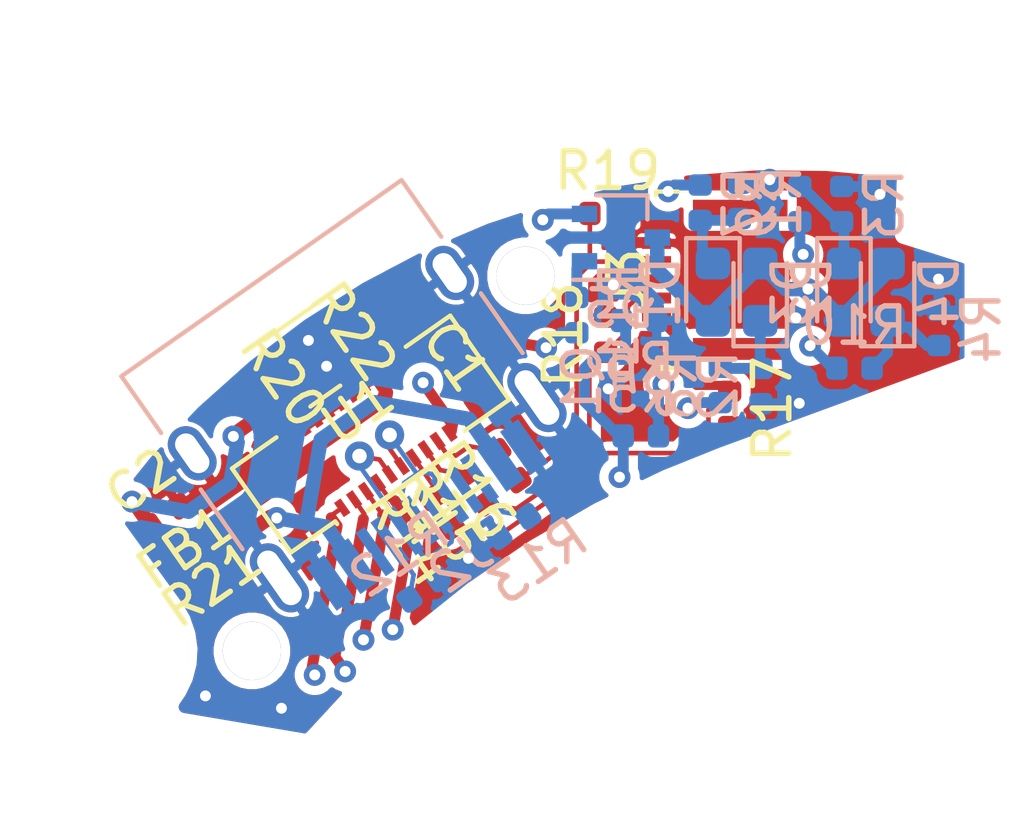
<source format=kicad_pcb>
(kicad_pcb (version 20210925) (generator pcbnew)
  (title_block (title "Bose QC 35 USB-C connector board") (rev "Rev 1") (company "github.com/jamesturton/bose-qc35-usb-c") (comment 3 "(C) 2020 James Turton") (comment 4 "License: CC-BY-SA 4.0"))
  (layers (0 "F.Cu" signal) (1 "In1.Cu" signal) (2 "In2.Cu" power) (31 "B.Cu" signal) (34 "B.Paste" user) (35 "F.Paste" user) (36 "B.SilkS" user "B.Silkscreen") (37 "F.SilkS" user "F.Silkscreen") (38 "B.Mask" user) (39 "F.Mask" user) (44 "Edge.Cuts" user))
  (net 0 "")
  (net 1 "Net-(J2-PadB8)")
  (net 2 "Net-(J2-PadA5)")
  (net 3 "Net-(J2-PadA8)")
  (net 4 "Net-(J2-PadB5)")
  (net 5 "Net-(J3-Pad4)")
  (net 6 "Net-(J3-Pad2)")
  (net 7 "Net-(J3-Pad1)")
  (net 8 "Net-(D1-Pad1)")
  (net 9 "Net-(D2-Pad1)")
  (net 10 "Net-(D3-Pad1)")
  (net 11 "Net-(D4-Pad1)")
  (net 12 "GND")
  (net 13 "VCC")
  (net 14 "/LED_GREEN")
  (net 15 "/LED_RED")
  (net 16 "/LED_WHITE")
  (net 17 "/LED_BLUE")
  (net 18 "/USB_D-")
  (net 19 "/USB_D+")
  (net 20 "Net-(Q1-Pad3)")
  (net 21 "/LED_PWR")
  (net 22 "/LED_PWR_ON")
  (net 23 "/VBUS")
  (net 24 "+5V")
  (net 25 "/BTN_1")
  (net 26 "/BTN_2")
  (net 27 "/BTN_3")
  (net 28 "Net-(R20-Pad1)")
  (net 29 "Net-(U1-Pad3)")
  (net 30 "Net-(D5-Pad1)")
  (net 31 "Net-(R22-Pad1)")
  (footprint "Connector_Molex:Molex_SlimStack_502426-2010_2x10_P0.40mm_Vertical" (layer "F.Cu") (at 71.317771 66.354481 -145)
    (fp_text reference "J1" (at 0 -2.65 35) (layer "F.SilkS"))
    (fp_text value "502426-2030")
    (pad "1" smd rect locked (at 1.8 -1.2125 215) (size 0.22 0.475) (layers "F.Cu" "F.Paste" "F.Mask") (net 14 "/LED_GREEN"))
    (pad "2" smd rect locked (at 1.8 1.2125 215) (size 0.22 0.475) (layers "F.Cu" "F.Paste" "F.Mask") (net 12 "GND"))
    (pad "3" smd rect locked (at 1.4 -1.2125 215) (size 0.22 0.475) (layers "F.Cu" "F.Paste" "F.Mask") (net 15 "/LED_RED"))
    (pad "4" smd rect locked (at 1.4 1.2125 215) (size 0.22 0.475) (layers "F.Cu" "F.Paste" "F.Mask") (net 12 "GND"))
    (pad "5" smd rect locked (at 1 -1.2125 215) (size 0.22 0.475) (layers "F.Cu" "F.Paste" "F.Mask") (net 16 "/LED_WHITE"))
    (pad "6" smd rect locked (at 1 1.2125 215) (size 0.22 0.475) (layers "F.Cu" "F.Paste" "F.Mask") (net 12 "GND"))
    (pad "7" smd rect locked (at 0.6 -1.2125 215) (size 0.22 0.475) (layers "F.Cu" "F.Paste" "F.Mask") (net 17 "/LED_BLUE"))
    (pad "8" smd rect locked (at 0.6 1.2125 215) (size 0.22 0.475) (layers "F.Cu" "F.Paste" "F.Mask") (net 12 "GND"))
    (pad "9" smd rect locked (at 0.2 -1.2125 215) (size 0.22 0.475) (layers "F.Cu" "F.Paste" "F.Mask") (net 18 "/USB_D-"))
    (pad "10" smd rect locked (at 0.2 1.2125 215) (size 0.22 0.475) (layers "F.Cu" "F.Paste" "F.Mask") (net 12 "GND"))
    (pad "11" smd rect locked (at -0.2 -1.2125 215) (size 0.22 0.475) (layers "F.Cu" "F.Paste" "F.Mask") (net 19 "/USB_D+"))
    (pad "12" smd rect locked (at -0.2 1.2125 215) (size 0.22 0.475) (layers "F.Cu" "F.Paste" "F.Mask") (net 13 "VCC"))
    (pad "13" smd rect locked (at -0.6 -1.2125 215) (size 0.22 0.475) (layers "F.Cu" "F.Paste" "F.Mask") (net 25 "/BTN_1"))
    (pad "14" smd rect locked (at -0.6 1.2125 215) (size 0.22 0.475) (layers "F.Cu" "F.Paste" "F.Mask") (net 13 "VCC"))
    (pad "15" smd rect locked (at -1 -1.2125 215) (size 0.22 0.475) (layers "F.Cu" "F.Paste" "F.Mask") (net 26 "/BTN_2"))
    (pad "16" smd rect locked (at -1 1.2125 215) (size 0.22 0.475) (layers "F.Cu" "F.Paste" "F.Mask") (net 13 "VCC"))
    (pad "17" smd rect locked (at -1.4 -1.2125 215) (size 0.22 0.475) (layers "F.Cu" "F.Paste" "F.Mask") (net 27 "/BTN_3"))
    (pad "18" smd rect locked (at -1.4 1.2125 215) (size 0.22 0.475) (layers "F.Cu" "F.Paste" "F.Mask") (net 13 "VCC"))
    (pad "19" smd rect locked (at -1.8 -1.2125 215) (size 0.22 0.475) (layers "F.Cu" "F.Paste" "F.Mask") (net 22 "/LED_PWR_ON"))
    (pad "20" smd rect locked (at -1.8 1.2125 215) (size 0.22 0.475) (layers "F.Cu" "F.Paste" "F.Mask") (net 13 "VCC"))
    (pad "A" smd rect locked (at 2.75 1.085 215) (size 0.32 0.65) (layers "F.Cu" "F.Paste" "F.Mask") (net 12 "GND"))
    (pad "A" smd rect locked (at 2.75 -1.085 215) (size 0.32 0.65) (layers "F.Cu" "F.Paste" "F.Mask") (net 12 "GND"))
    (pad "B" smd rect locked (at -2.75 1.085 215) (size 0.32 0.65) (layers "F.Cu" "F.Paste" "F.Mask") (net 13 "VCC"))
    (pad "B" smd rect locked (at -2.75 -1.085 215) (size 0.32 0.65) (layers "F.Cu" "F.Paste" "F.Mask") (net 13 "VCC"))
  )
  (footprint "Connector_FFC-FPC:TE_0-1734839-5_1x05-1MP_P0.5mm_Horizontal" (layer "F.Cu") (at 81.477772 62.114481 90)
    (fp_text reference "J3" (at 0 -3.1 90) (layer "F.SilkS"))
    (fp_text value "51281-0594")
    (pad "1" smd rect locked (at -1 -2.3 90) (size 0.3 0.8) (layers "F.Cu" "F.Paste" "F.Mask") (net 7 "Net-(J3-Pad1)"))
    (pad "2" smd rect locked (at -0.5 -2.3 90) (size 0.3 0.8) (layers "F.Cu" "F.Paste" "F.Mask") (net 6 "Net-(J3-Pad2)"))
    (pad "3" smd rect locked (at 0 -2.3 90) (size 0.3 0.8) (layers "F.Cu" "F.Paste" "F.Mask") (net 12 "GND"))
    (pad "4" smd rect locked (at 0.5 -2.3 90) (size 0.3 0.8) (layers "F.Cu" "F.Paste" "F.Mask") (net 5 "Net-(J3-Pad4)"))
    (pad "5" smd rect locked (at 1 -2.3 90) (size 0.3 0.8) (layers "F.Cu" "F.Paste" "F.Mask") (net 12 "GND"))
    (pad "MP" smd rect locked (at 1.9 0 90) (size 0.6 2.6) (layers "F.Cu" "F.Paste" "F.Mask"))
    (pad "MP" smd rect locked (at -1.9 0 90) (size 0.6 2.6) (layers "F.Cu" "F.Paste" "F.Mask"))
  )
  (footprint "Capacitor_SMD:C_0402_1005Metric" (layer "F.Cu") (at 74.617139 63.543345 125)
    (fp_text reference "C1" (at 0 -1.17 125) (layer "F.SilkS"))
    (fp_text value "4u7")
    (pad "1" smd roundrect locked (at -0.485 0 125) (size 0.59 0.64) (layers "F.Cu" "F.Paste" "F.Mask") (net 13 "VCC"))
    (pad "2" smd roundrect locked (at 0.485 0 125) (size 0.59 0.64) (layers "F.Cu" "F.Paste" "F.Mask") (net 12 "GND"))
  )
  (footprint "Fuse:Fuse_0402_1005Metric" (layer "F.Cu") (at 66.890284 70.430887 35)
    (fp_text reference "FB1" (at 0 -1.17 215) (layer "F.SilkS"))
    (fp_text value "330R @ 100MHz")
    (pad "1" smd roundrect locked (at -0.485 0 35) (size 0.59 0.64) (layers "F.Cu" "F.Paste" "F.Mask") (net 24 "+5V"))
    (pad "2" smd roundrect locked (at 0.485 0 35) (size 0.59 0.64) (layers "F.Cu" "F.Paste" "F.Mask") (net 23 "/VBUS"))
  )
  (footprint "Resistor_SMD:R_0402_1005Metric" (layer "F.Cu") (at 73.28777 68.514483 125)
    (fp_text reference "R14" (at 0 -1.17 125) (layer "F.SilkS"))
    (fp_text value "1k")
    (pad "1" smd roundrect locked (at -0.485 0 125) (size 0.59 0.64) (layers "F.Cu" "F.Paste" "F.Mask") (net 7 "Net-(J3-Pad1)"))
    (pad "2" smd roundrect locked (at 0.485 0 125) (size 0.59 0.64) (layers "F.Cu" "F.Paste" "F.Mask") (net 25 "/BTN_1"))
  )
  (footprint "Resistor_SMD:R_0402_1005Metric" (layer "F.Cu") (at 74.207772 67.864485 125)
    (fp_text reference "R15" (at 0 -1.17 125) (layer "F.SilkS"))
    (fp_text value "1k")
    (pad "1" smd roundrect locked (at -0.485 0 125) (size 0.59 0.64) (layers "F.Cu" "F.Paste" "F.Mask") (net 6 "Net-(J3-Pad2)"))
    (pad "2" smd roundrect locked (at 0.485 0 125) (size 0.59 0.64) (layers "F.Cu" "F.Paste" "F.Mask") (net 26 "/BTN_2"))
  )
  (footprint "Resistor_SMD:R_0402_1005Metric" (layer "F.Cu") (at 75.097771 67.224486 125)
    (fp_text reference "R16" (at 0 -1.17 125) (layer "F.SilkS"))
    (fp_text value "1k")
    (pad "1" smd roundrect locked (at -0.485 0 125) (size 0.59 0.64) (layers "F.Cu" "F.Paste" "F.Mask") (net 5 "Net-(J3-Pad4)"))
    (pad "2" smd roundrect locked (at 0.485 0 125) (size 0.59 0.64) (layers "F.Cu" "F.Paste" "F.Mask") (net 27 "/BTN_3"))
  )
  (footprint "Resistor_SMD:R_0402_1005Metric" (layer "F.Cu") (at 81.187773 65.664485 -90)
    (fp_text reference "R17" (at 0 -1.17 90) (layer "F.SilkS"))
    (fp_text value "R")
    (pad "1" smd roundrect locked (at -0.485 0 270) (size 0.59 0.64) (layers "F.Cu" "F.Paste" "F.Mask") (net 7 "Net-(J3-Pad1)"))
    (pad "2" smd roundrect locked (at 0.485 0 270) (size 0.59 0.64) (layers "F.Cu" "F.Paste" "F.Mask") (net 12 "GND"))
  )
  (footprint "Resistor_SMD:R_0402_1005Metric" (layer "F.Cu") (at 77.78 63.62 90)
    (fp_text reference "R18" (at 0 -1.17 90) (layer "F.SilkS"))
    (fp_text value "R")
    (pad "1" smd roundrect locked (at -0.485 0 90) (size 0.59 0.64) (layers "F.Cu" "F.Paste" "F.Mask") (net 6 "Net-(J3-Pad2)"))
    (pad "2" smd roundrect locked (at 0.485 0 90) (size 0.59 0.64) (layers "F.Cu" "F.Paste" "F.Mask") (net 12 "GND"))
  )
  (footprint "MountingHole:MountingHole_2.1mm" (layer "F.Cu") (at 75.577773 62.004487)
    (fp_text reference "H2" hide)
    (fp_text value "MountingHole" hide)
    (pad "" thru_hole circle locked (at 0 0) (size 1.6 1.6) (drill 1.6) (layers *.Cu *.Mask))
  )
  (footprint "MountingHole:MountingHole_2.1mm" (layer "F.Cu") (at 68.057773 72.314486)
    (fp_text reference "H1" hide)
    (fp_text value "MountingHole" hide)
    (pad "" thru_hole circle locked (at 0 0) (size 1.6 1.6) (drill 1.6) (layers *.Cu *.Mask))
  )
  (footprint "Capacitor_SMD:C_0402_1005Metric" (layer "F.Cu") (at 65.677773 68.614485 35)
    (fp_text reference "C2" (at 0 -1.17 35) (layer "F.SilkS"))
    (fp_text value "1u")
    (pad "1" smd roundrect locked (at -0.485 0 35) (size 0.59 0.64) (layers "F.Cu" "F.Paste" "F.Mask") (net 24 "+5V"))
    (pad "2" smd roundrect locked (at 0.485 0 35) (size 0.59 0.64) (layers "F.Cu" "F.Paste" "F.Mask") (net 12 "GND"))
  )
  (footprint "Resistor_SMD:R_0402_1005Metric" (layer "F.Cu") (at 77.83 60.29)
    (fp_text reference "R19" (at 0 -1.17) (layer "F.SilkS"))
    (fp_text value "R")
    (pad "1" smd roundrect locked (at -0.485 0) (size 0.59 0.64) (layers "F.Cu" "F.Paste" "F.Mask") (net 5 "Net-(J3-Pad4)"))
    (pad "2" smd roundrect locked (at 0.485 0) (size 0.59 0.64) (layers "F.Cu" "F.Paste" "F.Mask") (net 12 "GND"))
  )
  (footprint "Package_SON:WSON-6-1EP_2x2mm_P0.65mm_EP1x1.6mm" (layer "F.Cu") (at 69.847773 64.114486 -145)
    (fp_text reference "U1" (at 0 -1.95 -145) (layer "F.SilkS"))
    (fp_text value "TPS25200")
    (pad "1" smd roundrect locked (at -0.975 -0.65 215) (size 0.45 0.3) (layers "F.Cu" "F.Paste" "F.Mask") (net 13 "VCC"))
    (pad "2" smd roundrect locked (at -0.975 0 215) (size 0.45 0.3) (layers "F.Cu" "F.Paste" "F.Mask") (net 31 "Net-(R22-Pad1)"))
    (pad "3" smd roundrect locked (at -0.975 0.65 215) (size 0.45 0.3) (layers "F.Cu" "F.Paste" "F.Mask") (net 29 "Net-(U1-Pad3)"))
    (pad "4" smd roundrect locked (at 0.975 0.65 215) (size 0.45 0.3) (layers "F.Cu" "F.Paste" "F.Mask") (net 28 "Net-(R20-Pad1)"))
    (pad "5" smd roundrect locked (at 0.975 0 215) (size 0.45 0.3) (layers "F.Cu" "F.Paste" "F.Mask") (net 12 "GND"))
    (pad "6" smd roundrect locked (at 0.975 -0.65 215) (size 0.45 0.3) (layers "F.Cu" "F.Paste" "F.Mask") (net 24 "+5V"))
    (pad "7" smd rect locked (at 0 0 215) (size 1 1.6) (layers "F.Cu" "F.Mask") (net 12 "GND"))
  )
  (footprint "Resistor_SMD:R_0402_1005Metric" (layer "F.Cu") (at 67.957773 65.494484 -55)
    (fp_text reference "R20" (at 0 -1.17 125) (layer "F.SilkS"))
    (fp_text value "10k")
    (pad "1" smd roundrect locked (at -0.485 0 305) (size 0.59 0.64) (layers "F.Cu" "F.Paste" "F.Mask") (net 28 "Net-(R20-Pad1)"))
    (pad "2" smd roundrect locked (at 0.485 0 305) (size 0.59 0.64) (layers "F.Cu" "F.Paste" "F.Mask") (net 24 "+5V"))
  )
  (footprint "Resistor_SMD:R_0402_1005Metric" (layer "F.Cu") (at 71.797771 62.864485 125)
    (fp_text reference "R22" (at 0 -1.17 125) (layer "F.SilkS"))
    (fp_text value "220k")
    (pad "1" smd roundrect locked (at -0.485 0 125) (size 0.59 0.64) (layers "F.Cu" "F.Paste" "F.Mask") (net 31 "Net-(R22-Pad1)"))
    (pad "2" smd roundrect locked (at 0.485 0 125) (size 0.59 0.64) (layers "F.Cu" "F.Paste" "F.Mask") (net 12 "GND"))
  )
  (footprint "Resistor_SMD:R_0402_1005Metric" (layer "F.Cu") (at 66.277926 69.521481 -145)
    (fp_text reference "R21" (at 0 -1.17 35) (layer "F.SilkS"))
    (fp_text value "*0R")
    (pad "1" smd roundrect locked (at -0.485 0 215) (size 0.59 0.64) (layers "F.Cu" "F.Paste" "F.Mask") (net 13 "VCC"))
    (pad "2" smd roundrect locked (at 0.485 0 215) (size 0.59 0.64) (layers "F.Cu" "F.Paste" "F.Mask") (net 24 "+5V"))
  )
  (footprint "Connector_USB:USB_C_Receptacle_HRO_TYPE-C-31-M-12" (layer "B.Cu") (at 70.557771 65.264483 35)
    (fp_text reference "J2" (at 0 5.645 215) (layer "B.SilkS") (effects (justify mirror)))
    (fp_text value "TYPE-C-31-M-12")
    (pad "A1" smd rect locked (at -3.25 4.045 35) (size 0.6 1.45) (layers "B.Cu" "B.Paste" "B.Mask") (net 12 "GND"))
    (pad "A4" smd rect locked (at -2.45 4.045 35) (size 0.6 1.45) (layers "B.Cu" "B.Paste" "B.Mask") (net 23 "/VBUS"))
    (pad "A5" smd rect locked (at -1.25 4.045 35) (size 0.3 1.45) (layers "B.Cu" "B.Paste" "B.Mask") (net 2 "Net-(J2-PadA5)"))
    (pad "A6" smd rect locked (at -0.25 4.045 35) (size 0.3 1.45) (layers "B.Cu" "B.Paste" "B.Mask") (net 19 "/USB_D+"))
    (pad "A7" smd rect locked (at 0.25 4.045 35) (size 0.3 1.45) (layers "B.Cu" "B.Paste" "B.Mask") (net 18 "/USB_D-"))
    (pad "A8" smd rect locked (at 1.25 4.045 35) (size 0.3 1.45) (layers "B.Cu" "B.Paste" "B.Mask") (net 3 "Net-(J2-PadA8)"))
    (pad "A9" smd rect locked (at 2.45 4.045 35) (size 0.6 1.45) (layers "B.Cu" "B.Paste" "B.Mask") (net 23 "/VBUS"))
    (pad "A12" smd rect locked (at 3.25 4.045 35) (size 0.6 1.45) (layers "B.Cu" "B.Paste" "B.Mask") (net 12 "GND"))
    (pad "B1" smd rect locked (at 3.25 4.045 35) (size 0.6 1.45) (layers "B.Cu" "B.Paste" "B.Mask") (net 12 "GND"))
    (pad "B4" smd rect locked (at 2.45 4.045 35) (size 0.6 1.45) (layers "B.Cu" "B.Paste" "B.Mask") (net 23 "/VBUS"))
    (pad "B5" smd rect locked (at 1.75 4.045 35) (size 0.3 1.45) (layers "B.Cu" "B.Paste" "B.Mask") (net 4 "Net-(J2-PadB5)"))
    (pad "B6" smd rect locked (at 0.75 4.045 35) (size 0.3 1.45) (layers "B.Cu" "B.Paste" "B.Mask") (net 19 "/USB_D+"))
    (pad "B7" smd rect locked (at -0.75 4.045 35) (size 0.3 1.45) (layers "B.Cu" "B.Paste" "B.Mask") (net 18 "/USB_D-"))
    (pad "B8" smd rect locked (at -1.75 4.045 35) (size 0.3 1.45) (layers "B.Cu" "B.Paste" "B.Mask") (net 1 "Net-(J2-PadB8)"))
    (pad "B9" smd rect locked (at -2.45 4.045 35) (size 0.6 1.45) (layers "B.Cu" "B.Paste" "B.Mask") (net 23 "/VBUS"))
    (pad "B12" smd rect locked (at -3.25 4.045 35) (size 0.6 1.45) (layers "B.Cu" "B.Paste" "B.Mask") (net 12 "GND"))
    (pad "S1" thru_hole oval locked (at 4.32 3.13 35) (size 1 2.1) (drill oval 0.6 1.7) (layers *.Cu *.Mask) (net 12 "GND"))
    (pad "S1" thru_hole oval locked (at -4.32 -1.05 35) (size 1 1.6) (drill oval 0.6 1.2) (layers *.Cu *.Mask) (net 12 "GND"))
    (pad "S1" thru_hole oval locked (at 4.32 -1.05 35) (size 1 1.6) (drill oval 0.6 1.2) (layers *.Cu *.Mask) (net 12 "GND"))
    (pad "S1" thru_hole oval locked (at -4.32 3.13 35) (size 1 2.1) (drill oval 0.6 1.7) (layers *.Cu *.Mask) (net 12 "GND"))
  )
  (footprint "LED_SMD:LED_0603_1608Metric" (layer "B.Cu") (at 82.027773 62.454485 90)
    (fp_text reference "D2" (at 0 1.43 90) (layer "B.SilkS") (effects (justify mirror)))
    (fp_text value "LED")
    (pad "1" smd roundrect locked (at -0.7875 0 90) (size 0.875 0.95) (layers "B.Cu" "B.Paste" "B.Mask") (net 9 "Net-(D2-Pad1)"))
    (pad "2" smd roundrect locked (at 0.7875 0 90) (size 0.875 0.95) (layers "B.Cu" "B.Paste" "B.Mask") (net 21 "/LED_PWR"))
  )
  (footprint "LED_SMD:LED_0603_1608Metric" (layer "B.Cu") (at 84.327773 62.454484 -90)
    (fp_text reference "D3" (at 0 1.43 90) (layer "B.SilkS") (effects (justify mirror)))
    (fp_text value "LED")
    (pad "1" smd roundrect locked (at -0.7875 0 270) (size 0.875 0.95) (layers "B.Cu" "B.Paste" "B.Mask") (net 10 "Net-(D3-Pad1)"))
    (pad "2" smd roundrect locked (at 0.7875 0 270) (size 0.875 0.95) (layers "B.Cu" "B.Paste" "B.Mask") (net 21 "/LED_PWR"))
  )
  (footprint "LED_SMD:LED_0603_1608Metric" (layer "B.Cu") (at 85.527774 62.454484 90)
    (fp_text reference "D4" (at 0 1.43 90) (layer "B.SilkS") (effects (justify mirror)))
    (fp_text value "LED")
    (pad "1" smd roundrect locked (at -0.7875 0 90) (size 0.875 0.95) (layers "B.Cu" "B.Paste" "B.Mask") (net 11 "Net-(D4-Pad1)"))
    (pad "2" smd roundrect locked (at 0.7875 0 90) (size 0.875 0.95) (layers "B.Cu" "B.Paste" "B.Mask") (net 21 "/LED_PWR"))
  )
  (footprint "Resistor_SMD:R_0402_1005Metric" (layer "B.Cu") (at 81.457772 59.944483 90)
    (fp_text reference "R1" (at 0 1.17 90) (layer "B.SilkS") (effects (justify mirror)))
    (fp_text value "R")
    (pad "1" smd roundrect locked (at -0.485 0 90) (size 0.59 0.64) (layers "B.Cu" "B.Paste" "B.Mask") (net 8 "Net-(D1-Pad1)"))
    (pad "2" smd roundrect locked (at 0.485 0 90) (size 0.59 0.64) (layers "B.Cu" "B.Paste" "B.Mask") (net 12 "GND"))
  )
  (footprint "Resistor_SMD:R_0402_1005Metric" (layer "B.Cu") (at 82.047772 65.034486 -90)
    (fp_text reference "R2" (at 0 1.17 90) (layer "B.SilkS") (effects (justify mirror)))
    (fp_text value "R")
    (pad "1" smd roundrect locked (at -0.485 0 270) (size 0.59 0.64) (layers "B.Cu" "B.Paste" "B.Mask") (net 9 "Net-(D2-Pad1)"))
    (pad "2" smd roundrect locked (at 0.485 0 270) (size 0.59 0.64) (layers "B.Cu" "B.Paste" "B.Mask") (net 12 "GND"))
  )
  (footprint "Resistor_SMD:R_0402_1005Metric" (layer "B.Cu") (at 84.267773 60.034485 90)
    (fp_text reference "R3" (at 0 1.17 90) (layer "B.SilkS") (effects (justify mirror)))
    (fp_text value "R")
    (pad "1" smd roundrect locked (at -0.485 0 90) (size 0.59 0.64) (layers "B.Cu" "B.Paste" "B.Mask") (net 10 "Net-(D3-Pad1)"))
    (pad "2" smd roundrect locked (at 0.485 0 90) (size 0.59 0.64) (layers "B.Cu" "B.Paste" "B.Mask") (net 12 "GND"))
  )
  (footprint "Resistor_SMD:R_0402_1005Metric" (layer "B.Cu") (at 86.937771 63.434482 90)
    (fp_text reference "R4" (at 0 1.17 90) (layer "B.SilkS") (effects (justify mirror)))
    (fp_text value "R")
    (pad "1" smd roundrect locked (at -0.485 0 90) (size 0.59 0.64) (layers "B.Cu" "B.Paste" "B.Mask") (net 11 "Net-(D4-Pad1)"))
    (pad "2" smd roundrect locked (at 0.485 0 90) (size 0.59 0.64) (layers "B.Cu" "B.Paste" "B.Mask") (net 12 "GND"))
  )
  (footprint "LED_SMD:LED_0603_1608Metric" (layer "B.Cu") (at 80.727773 62.454484 -90)
    (fp_text reference "D1" (at 0 1.43 90) (layer "B.SilkS") (effects (justify mirror)))
    (fp_text value "LED")
    (pad "1" smd roundrect locked (at -0.7875 0 270) (size 0.875 0.95) (layers "B.Cu" "B.Paste" "B.Mask") (net 8 "Net-(D1-Pad1)"))
    (pad "2" smd roundrect locked (at 0.7875 0 270) (size 0.875 0.95) (layers "B.Cu" "B.Paste" "B.Mask") (net 21 "/LED_PWR"))
  )
  (footprint "Package_TO_SOT_SMD:SOT-723" (layer "B.Cu") (at 78.727773 64.804482 -90)
    (fp_text reference "Q1" (at 0.1 1.6 90) (layer "B.SilkS") (effects (justify mirror)))
    (fp_text value "BC846BM3T5G")
    (pad "1" smd rect locked (at -0.575 0.4 270) (size 0.45 0.4) (layers "B.Cu" "B.Paste" "B.Mask") (net 17 "/LED_BLUE"))
    (pad "2" smd rect locked (at -0.575 -0.4 270) (size 0.45 0.4) (layers "B.Cu" "B.Paste" "B.Mask") (net 12 "GND"))
    (pad "3" smd rect locked (at 0.575 0 270) (size 0.45 0.5) (layers "B.Cu" "B.Paste" "B.Mask") (net 20 "Net-(Q1-Pad3)"))
  )
  (footprint "Resistor_SMD:R_0402_1005Metric" (layer "B.Cu") (at 78.747771 66.404483 180)
    (fp_text reference "R5" (at 0 1.17) (layer "B.SilkS") (effects (justify mirror)))
    (fp_text value "*0R")
    (pad "1" smd roundrect locked (at -0.485 0 180) (size 0.59 0.64) (layers "B.Cu" "B.Paste" "B.Mask") (net 20 "Net-(Q1-Pad3)"))
    (pad "2" smd roundrect locked (at 0.485 0 180) (size 0.59 0.64) (layers "B.Cu" "B.Paste" "B.Mask") (net 17 "/LED_BLUE"))
  )
  (footprint "Resistor_SMD:R_0402_1005Metric" (layer "B.Cu") (at 78.697773 63.234485)
    (fp_text reference "R6" (at 0 1.17) (layer "B.SilkS") (effects (justify mirror)))
    (fp_text value "10k")
    (pad "1" smd roundrect locked (at -0.485 0) (size 0.59 0.64) (layers "B.Cu" "B.Paste" "B.Mask") (net 17 "/LED_BLUE"))
    (pad "2" smd roundrect locked (at 0.485 0) (size 0.59 0.64) (layers "B.Cu" "B.Paste" "B.Mask") (net 12 "GND"))
  )
  (footprint "Resistor_SMD:R_0402_1005Metric" (layer "B.Cu") (at 80.377773 59.994483 90)
    (fp_text reference "R7" (at 0 1.17 90) (layer "B.SilkS") (effects (justify mirror)))
    (fp_text value "7k5")
    (pad "1" smd roundrect locked (at -0.485 0 90) (size 0.59 0.64) (layers "B.Cu" "B.Paste" "B.Mask") (net 8 "Net-(D1-Pad1)"))
    (pad "2" smd roundrect locked (at 0.485 0 90) (size 0.59 0.64) (layers "B.Cu" "B.Paste" "B.Mask") (net 14 "/LED_GREEN"))
  )
  (footprint "Resistor_SMD:R_0402_1005Metric" (layer "B.Cu") (at 80.927772 65.004485 -90)
    (fp_text reference "R8" (at 0 1.17 90) (layer "B.SilkS") (effects (justify mirror)))
    (fp_text value "3k9")
    (pad "1" smd roundrect locked (at -0.485 0 270) (size 0.59 0.64) (layers "B.Cu" "B.Paste" "B.Mask") (net 9 "Net-(D2-Pad1)"))
    (pad "2" smd roundrect locked (at 0.485 0 270) (size 0.59 0.64) (layers "B.Cu" "B.Paste" "B.Mask") (net 15 "/LED_RED"))
  )
  (footprint "Resistor_SMD:R_0402_1005Metric" (layer "B.Cu") (at 83.117772 60.034485 -90)
    (fp_text reference "R9" (at 0 1.17 90) (layer "B.SilkS") (effects (justify mirror)))
    (fp_text value "1k2")
    (pad "1" smd roundrect locked (at -0.485 0 270) (size 0.59 0.64) (layers "B.Cu" "B.Paste" "B.Mask") (net 10 "Net-(D3-Pad1)"))
    (pad "2" smd roundrect locked (at 0.485 0 270) (size 0.59 0.64) (layers "B.Cu" "B.Paste" "B.Mask") (net 16 "/LED_WHITE"))
  )
  (footprint "Resistor_SMD:R_0402_1005Metric" (layer "B.Cu") (at 84.617771 64.544485 180)
    (fp_text reference "R10" (at 0 1.17) (layer "B.SilkS") (effects (justify mirror)))
    (fp_text value "510R")
    (pad "1" smd roundrect locked (at -0.485 0 180) (size 0.59 0.64) (layers "B.Cu" "B.Paste" "B.Mask") (net 11 "Net-(D4-Pad1)"))
    (pad "2" smd roundrect locked (at 0.485 0 180) (size 0.59 0.64) (layers "B.Cu" "B.Paste" "B.Mask") (net 20 "Net-(Q1-Pad3)"))
  )
  (footprint "Resistor_SMD:R_0402_1005Metric" (layer "B.Cu") (at 76.987774 63.084483 90)
    (fp_text reference "R11" (at 0 1.17 90) (layer "B.SilkS") (effects (justify mirror)))
    (fp_text value "1k")
    (pad "1" smd roundrect locked (at -0.485 0 90) (size 0.59 0.64) (layers "B.Cu" "B.Paste" "B.Mask") (net 13 "VCC"))
    (pad "2" smd roundrect locked (at 0.485 0 90) (size 0.59 0.64) (layers "B.Cu" "B.Paste" "B.Mask") (net 30 "Net-(D5-Pad1)"))
  )
  (footprint "Resistor_SMD:R_0402_1005Metric" (layer "B.Cu") (at 72.781405 70.615214 -145)
    (fp_text reference "R12" (at 0 1.17 35) (layer "B.SilkS") (effects (justify mirror)))
    (fp_text value "5k1")
    (pad "1" smd roundrect locked (at -0.485 0 215) (size 0.59 0.64) (layers "B.Cu" "B.Paste" "B.Mask") (net 12 "GND"))
    (pad "2" smd roundrect locked (at 0.485 0 215) (size 0.59 0.64) (layers "B.Cu" "B.Paste" "B.Mask") (net 2 "Net-(J2-PadA5)"))
  )
  (footprint "Resistor_SMD:R_0402_1005Metric" (layer "B.Cu") (at 75.252788 68.896939 35)
    (fp_text reference "R13" (at 0 1.17 35) (layer "B.SilkS") (effects (justify mirror)))
    (fp_text value "5k1")
    (pad "1" smd roundrect locked (at -0.485 0 35) (size 0.59 0.64) (layers "B.Cu" "B.Paste" "B.Mask") (net 12 "GND"))
    (pad "2" smd roundrect locked (at 0.485 0 35) (size 0.59 0.64) (layers "B.Cu" "B.Paste" "B.Mask") (net 4 "Net-(J2-PadB5)"))
  )
  (footprint "Package_TO_SOT_SMD:SOT-323_SC-70" (layer "B.Cu") (at 78.197774 60.954483)
    (fp_text reference "D5" (at -0.05 1.95) (layer "B.SilkS") (effects (justify mirror)))
    (fp_text value "BAT54CW")
    (pad "1" smd rect locked (at -1 0.65 90) (size 0.45 0.7) (layers "B.Cu" "B.Paste" "B.Mask") (net 30 "Net-(D5-Pad1)"))
    (pad "2" smd rect locked (at -1 -0.65 90) (size 0.45 0.7) (layers "B.Cu" "B.Paste" "B.Mask") (net 22 "/LED_PWR_ON"))
    (pad "3" smd rect locked (at 1 0 90) (size 0.45 0.7) (layers "B.Cu" "B.Paste" "B.Mask") (net 21 "/LED_PWR"))
  )
  (gr_arc (start 82.684195 82.216599) (end 86.040701 59.081934) (angle -61.79410705) (layer "Edge.Cuts") (width 0.000159))
  (gr_arc (start 66.208024 73.856368) (end 65.878193 73.60021) (angle -118.2099629) (layer "Edge.Cuts") (width 0.000159))
  (gr_arc (start 90.401727 92.649426) (end 81.000089 66.966304) (angle -29.3191517) (layer "Edge.Cuts") (width 0.000159))
  (gr_line (start 69.628033 74.859908) (end 66.138201 74.268109) (layer "Edge.Cuts") (width 0.000159))
  (gr_line (start 86.040701 59.081934) (end 85.983941 60.877098) (layer "Edge.Cuts") (width 0.000159))
  (gr_arc (start 64.250421 72.33601) (end 65.878193 73.60021) (angle -73.83729161) (layer "Edge.Cuts") (width 0.000159))
  (gr_line (start 87.895775 64.442049) (end 81.000089 66.966304) (layer "Edge.Cuts") (width 0.000159))
  (gr_line (start 65.917772 71.124486) (end 63.883084 68.324265) (layer "Edge.Cuts") (width 0.000159))
  (gr_line (start 85.983941 60.877098) (end 87.895535 61.482758) (layer "Edge.Cuts") (width 0.000159))
  (gr_line (start 87.895535 61.482758) (end 87.895775 64.442049) (layer "Edge.Cuts") (width 0.000159))
  (segment (start 71.853946 69.294926) (end 72.502623 70.221326) (width 0.127) (layer "B.Cu") (net 2))
  (segment (start 72.502623 70.221326) (end 72.384117 70.893397) (width 0.127) (layer "B.Cu") (net 2))
  (segment (start 74.957273 68.496595) (end 75.650077 68.618756) (width 0.127) (layer "B.Cu") (net 4))
  (segment (start 74.311404 67.574196) (end 74.957273 68.496595) (width 0.127) (layer "B.Cu") (net 4))
  (segment (start 77.415516 61.614484) (end 76.981595 62.048405) (width 0.127) (layer "F.Cu") (net 5))
  (segment (start 77.345 61.543968) (end 77.415516 61.614484) (width 0.127) (layer "F.Cu") (net 5))
  (segment (start 78.435516 61.614484) (end 77.415516 61.614484) (width 0.127) (layer "F.Cu") (net 5))
  (segment (start 76.981595 66.455826) (end 76.842608 66.594812) (width 0.127) (layer "F.Cu") (net 5))
  (segment (start 76.981595 62.048405) (end 76.981595 66.455826) (width 0.127) (layer "F.Cu") (net 5))
  (segment (start 76.842608 66.594812) (end 75.375957 67.621773) (width 0.127) (layer "F.Cu") (net 5))
  (segment (start 77.345 60.29) (end 77.345 61.543968) (width 0.127) (layer "F.Cu") (net 5))
  (segment (start 78.628469 61.614484) (end 78.435516 61.614484) (width 0.127) (layer "F.Cu") (net 5))
  (segment (start 79.177773 61.614484) (end 78.628469 61.614484) (width 0.127) (layer "F.Cu") (net 5))
  (segment (start 75.321782 68.409152) (end 77.069608 67.185309) (width 0.127) (layer "F.Cu") (net 6))
  (segment (start 77.069608 67.185309) (end 77.331591 66.923323) (width 0.127) (layer "F.Cu") (net 6))
  (segment (start 74.485956 68.261775) (end 75.321782 68.409152) (width 0.127) (layer "F.Cu") (net 6))
  (segment (start 77.331591 66.923323) (end 77.331596 64.553404) (width 0.127) (layer "F.Cu") (net 6))
  (segment (start 78.39 62.852958) (end 78.628472 62.614486) (width 0.127) (layer "F.Cu") (net 6))
  (segment (start 77.815 64.105) (end 78.39 63.53) (width 0.127) (layer "F.Cu") (net 6))
  (segment (start 78.39 63.53) (end 78.39 62.852958) (width 0.127) (layer "F.Cu") (net 6))
  (segment (start 78.628472 62.614486) (end 79.177773 62.614483) (width 0.127) (layer "F.Cu") (net 6))
  (segment (start 77.331596 64.553404) (end 77.78 64.105) (width 0.127) (layer "F.Cu") (net 6))
  (segment (start 77.78 64.105) (end 77.815 64.105) (width 0.127) (layer "F.Cu") (net 6))
  (segment (start 74.850589 69.138289) (end 75.39839 68.754716) (width 0.127) (layer "F.Cu") (net 7))
  (segment (start 77.840094 66.877283) (end 79.776333 66.877283) (width 0.127) (layer "F.Cu") (net 7))
  (segment (start 79.177773 63.114486) (end 79.727772 63.664487) (width 0.25) (layer "F.Cu") (net 7))
  (segment (start 79.727773 64.465844) (end 80.279212 65.017283) (width 0.25) (layer "F.Cu") (net 7))
  (segment (start 81.114131 65.179484) (end 81.187773 65.179484) (width 0.127) (layer "F.Cu") (net 7))
  (segment (start 79.727772 63.664487) (end 79.727773 64.465844) (width 0.25) (layer "F.Cu") (net 7))
  (segment (start 80.604263 65.689352) (end 81.114131 65.179484) (width 0.127) (layer "F.Cu") (net 7))
  (segment (start 81.025574 65.017284) (end 81.187774 65.179484) (width 0.25) (layer "F.Cu") (net 7))
  (segment (start 75.39839 68.754716) (end 77.232599 67.470389) (width 0.127) (layer "F.Cu") (net 7))
  (segment (start 77.239793 67.477583) (end 77.840094 66.877283) (width 0.127) (layer "F.Cu") (net 7))
  (segment (start 80.279212 65.017283) (end 81.025574 65.017284) (width 0.25) (layer "F.Cu") (net 7))
  (segment (start 79.776333 66.877283) (end 80.604263 66.049353) (width 0.127) (layer "F.Cu") (net 7))
  (segment (start 73.565957 68.911774) (end 74.850589 69.138289) (width 0.127) (layer "F.Cu") (net 7))
  (segment (start 80.604263 66.049353) (end 80.604263 65.689352) (width 0.127) (layer "F.Cu") (net 7))
  (segment (start 80.437772 61.414484) (end 80.437771 60.539485) (width 0.3) (layer "B.Cu") (net 8))
  (segment (start 80.437771 60.539485) (end 80.377773 60.479482) (width 0.3) (layer "B.Cu") (net 8))
  (segment (start 80.377773 60.479482) (end 81.407771 60.479485) (width 0.3) (layer "B.Cu") (net 8))
  (segment (start 80.690273 61.666986) (end 80.437772 61.414484) (width 0.3) (layer "B.Cu") (net 8))
  (segment (start 80.727774 61.666985) (end 80.690273 61.666986) (width 0.3) (layer "B.Cu") (net 8))
  (segment (start 81.407771 60.479485) (end 81.457774 60.429486) (width 0.3) (layer "B.Cu") (net 8))
  (segment (start 82.027773 63.241985) (end 82.027774 64.529485) (width 0.3) (layer "B.Cu") (net 9))
  (segment (start 82.027774 64.529485) (end 82.04777 64.549484) (width 0.3) (layer "B.Cu") (net 9))
  (segment (start 80.957774 64.549485) (end 80.927774 64.519487) (width 0.3) (layer "B.Cu") (net 9))
  (segment (start 82.04777 64.549484) (end 80.957774 64.549485) (width 0.3) (layer "B.Cu") (net 9))
  (segment (start 83.171359 59.549484) (end 83.117774 59.549486) (width 0.3) (layer "B.Cu") (net 10))
  (segment (start 84.327774 60.579487) (end 84.267774 60.519483) (width 0.3) (layer "B.Cu") (net 10))
  (segment (start 84.327773 61.666986) (end 84.327774 60.579487) (width 0.3) (layer "B.Cu") (net 10))
  (segment (start 84.267774 60.519483) (end 84.141359 60.519484) (width 0.3) (layer "B.Cu") (net 10))
  (segment (start 84.141359 60.519484) (end 83.171359 59.549484) (width 0.3) (layer "B.Cu") (net 10))
  (segment (start 86.937774 63.919484) (end 86.612773 63.919482) (width 0.3) (layer "B.Cu") (net 11))
  (segment (start 86.107771 63.414485) (end 85.700271 63.414483) (width 0.3) (layer "B.Cu") (net 11))
  (segment (start 86.612773 63.919482) (end 86.107771 63.414485) (width 0.3) (layer "B.Cu") (net 11))
  (segment (start 85.527771 64.119484) (end 85.527773 63.241983) (width 0.3) (layer "B.Cu") (net 11))
  (segment (start 85.10277 64.544484) (end 85.527771 64.119484) (width 0.3) (layer "B.Cu") (net 11))
  (segment (start 85.700271 63.414483) (end 85.527773 63.241983) (width 0.3) (layer "B.Cu") (net 11))
  (segment (start 69.446466 69.863652) (end 69.476265 69.694645) (width 0.25) (layer "F.Cu") (net 12))
  (segment (start 69.278304 69.107073) (end 69.235363 69.350601) (width 0.25) (layer "F.Cu") (net 12))
  (segment (start 69.235363 69.350601) (end 69.23782 69.336674) (width 0.25) (layer "F.Cu") (net 12))
  (segment (start 70.133542 64.537549) (end 70.056333 64.427283) (width 0.25) (layer "F.Cu") (net 12))
  (segment (start 68.770252 66.81374) (end 68.801561 66.636164) (width 0.3) (layer "F.Cu") (net 12))
  (segment (start 69.80316 65.934839) (end 70.13082 65.705408) (width 0.3) (layer "F.Cu") (net 12))
  (segment (start 69.147838 66.3937) (end 69.475498 66.164269) (width 0.3) (layer "F.Cu") (net 12))
  (segment (start 69.476265 69.694645) (end 69.235363 69.350601) (width 0.25) (layer "F.Cu") (net 12))
  (segment (start 70.130818 65.705405) (end 69.968494 65.473583) (width 0.25) (layer "F.Cu") (net 12))
  (segment (start 68.814328 70.306279) (end 69.446466 69.863652) (width 0.25) (layer "F.Cu") (net 12))
  (segment (start 78.47948 61.08948) (end 79.177772 61.08948) (width 0.3) (layer "F.Cu") (net 12))
  (segment (start 77.78 62.46) (end 77.99 62.25) (width 0.25) (layer "F.Cu") (net 12))
  (segment (start 69.687434 68.820597) (end 69.278304 69.107073) (width 0.25) (layer "F.Cu") (net 12))
  (segment (start 78.315 60.925) (end 78.47948 61.08948) (width 0.3) (layer "F.Cu") (net 12))
  (segment (start 69.968494 65.473583) (end 70.133542 64.537549) (width 0.25) (layer "F.Cu") (net 12))
  (segment (start 70.13082 65.705408) (end 70.409331 65.510393) (width 0.3) (layer "F.Cu") (net 12))
  (segment (start 81.770515 66.149485) (end 82.411555 65.508445) (width 0.3) (layer "F.Cu") (net 12))
  (segment (start 69.475498 66.164269) (end 69.80316 65.934839) (width 0.3) (layer "F.Cu") (net 12))
  (segment (start 68.442773 67.04304) (end 68.770252 66.81374) (width 0.3) (layer "F.Cu") (net 12))
  (segment (start 68.801561 66.636164) (end 69.147838 66.3937) (width 0.3) (layer "F.Cu") (net 12))
  (segment (start 77.78 63.135) (end 77.78 62.46) (width 0.25) (layer "F.Cu") (net 12))
  (segment (start 78.315 60.29) (end 78.315 60.925) (width 0.3) (layer "F.Cu") (net 12))
  (segment (start 82.411555 65.508445) (end 83.100527 65.508445) (width 0.3) (layer "F.Cu") (net 12))
  (segment (start 81.187773 66.149485) (end 81.770515 66.149485) (width 0.3) (layer "F.Cu") (net 12))
  (via (at 66.78 73.55) (size 0.6) (drill 0.3) (layers "F.Cu" "B.Cu") (net 12))
  (via (at 69.61 63.78) (size 0.6) (drill 0.3) (layers "F.Cu" "B.Cu") (net 12))
  (via (at 77.85 65.11) (size 0.6) (drill 0.3) (layers "F.Cu" "B.Cu") (net 12))
  (via (at 86.927774 62.094483) (size 0.6) (drill 0.3) (layers "F.Cu" "B.Cu") (net 12))
  (via (at 85.317773 59.764483) (size 0.6) (drill 0.3) (layers "F.Cu" "B.Cu") (net 12))
  (via (at 74.007678 69.768775) (size 0.6) (drill 0.3) (layers "F.Cu" "B.Cu") (net 12))
  (via (at 77.99 62.25) (size 0.6) (drill 0.3) (layers "F.Cu" "B.Cu") (net 12))
  (via (at 83.01 63.16) (size 0.6) (drill 0.3) (layers "F.Cu" "B.Cu") (net 12))
  (via (at 82.287775 59.364483) (size 0.6) (drill 0.3) (layers "F.Cu" "B.Cu") (net 12))
  (via (at 70.11 64.49) (size 0.6) (drill 0.3) (layers "F.Cu" "B.Cu") (net 12))
  (via (at 83.100527 65.508445) (size 0.6) (drill 0.3) (layers "F.Cu" "B.Cu") (net 12))
  (via (at 68.87 73.89) (size 0.6) (drill 0.3) (layers "F.Cu" "B.Cu") (net 12))
  (segment (start 79.182773 62.862773) (end 78.57 62.25) (width 0.4) (layer "B.Cu") (net 12))
  (segment (start 82.047771 65.519486) (end 83.089487 65.519484) (width 0.3) (layer "B.Cu") (net 12))
  (segment (start 73.178692 70.337027) (end 73.99375 69.766321) (width 0.25) (layer "B.Cu") (net 12))
  (segment (start 81.457772 59.45948) (end 82.192772 59.459483) (width 0.3) (layer "B.Cu") (net 12))
  (segment (start 86.937773 62.104484) (end 86.927774 62.094483) (width 0.3) (layer "B.Cu") (net 12))
  (segment (start 79.182773 63.234485) (end 79.182773 62.862773) (width 0.4) (layer "B.Cu") (net 12))
  (segment (start 85.102773 59.549484) (end 85.317773 59.764483) (width 0.3) (layer "B.Cu") (net 12))
  (segment (start 86.937771 62.949483) (end 86.937773 62.104484) (width 0.3) (layer "B.Cu") (net 12))
  (segment (start 83.089487 65.519484) (end 83.100527 65.508445) (width 0.3) (layer "B.Cu") (net 12))
  (segment (start 82.192772 59.459483) (end 82.287775 59.364483) (width 0.3) (layer "B.Cu") (net 12))
  (segment (start 74.855501 69.175123) (end 74.007678 69.768775) (width 0.25) (layer "B.Cu") (net 12))
  (segment (start 73.99375 69.766321) (end 74.007678 69.768775) (width 0.25) (layer "B.Cu") (net 12))
  (segment (start 78.57 62.25) (end 77.99 62.25) (width 0.4) (layer "B.Cu") (net 12))
  (segment (start 84.267771 59.549484) (end 85.102773 59.549484) (width 0.3) (layer "B.Cu") (net 12))
  (segment (start 74.19277 65.665928) (end 73.601761 64.821881) (width 0.3) (layer "F.Cu") (net 13))
  (segment (start 69.513309 66.916037) (end 71.708635 65.378851) (width 0.4) (layer "F.Cu") (net 13))
  (segment (start 71.113803 65.017117) (end 70.835291 65.212133) (width 0.3) (layer "F.Cu") (net 13))
  (segment (start 72.361285 64.143622) (end 72.538856 64.174931) (width 0.3) (layer "F.Cu") (net 13))
  (segment (start 72.096784 64.328823) (end 71.769124 64.558255) (width 0.3) (layer "F.Cu") (net 13))
  (segment (start 72.538856 64.174931) (end 72.948109 63.888371) (width 0.3) (layer "F.Cu") (net 13))
  (segment (start 74.895323 63.940634) (end 75.101118 63.796535) (width 0.3) (layer "F.Cu") (net 13))
  (segment (start 75.101118 63.796535) (end 76.141896 63.980053) (width 0.3) (layer "F.Cu") (net 13))
  (segment (start 72.096784 64.328823) (end 72.361285 64.143622) (width 0.3) (layer "F.Cu") (net 13))
  (segment (start 69.448308 67.284664) (end 69.513309 66.916037) (width 0.4) (layer "F.Cu") (net 13))
  (segment (start 71.441463 64.787684) (end 71.005601 64.165214) (width 0.3) (layer "F.Cu") (net 13))
  (segment (start 71.769124 64.558255) (end 71.441463 64.787684) (width 0.3) (layer "F.Cu") (net 13))
  (segment (start 74.895326 63.940637) (end 73.629735 64.826812) (width 0.3) (layer "F.Cu") (net 13))
  (segment (start 73.601761 64.821881) (end 72.948109 63.888371) (width 0.3) (layer "F.Cu") (net 13))
  (segment (start 71.708635 65.378851) (end 71.738159 65.211413) (width 0.4) (layer "F.Cu") (net 13))
  (segment (start 66.678614 69.224028) (end 69.448308 67.284664) (width 0.4) (layer "F.Cu") (net 13))
  (segment (start 71.441463 64.787684) (end 71.113803 65.017117) (width 0.3) (layer "F.Cu") (net 13))
  (segment (start 73.629735 64.826812) (end 73.601761 64.821881) (width 0.3) (layer "F.Cu") (net 13))
  (segment (start 71.441463 64.787684) (end 71.738159 65.211413) (width 0.3) (layer "F.Cu") (net 13))
  (segment (start 71.005601 64.165214) (end 71.019269 64.087698) (width 0.3) (layer "F.Cu") (net 13))
  (segment (start 66.675216 69.243297) (end 66.678614 69.224028) (width 0.4) (layer "F.Cu") (net 13))
  (via (at 76.141896 63.980053) (size 0.6) (drill 0.3) (layers "F.Cu" "B.Cu") (net 13))
  (segment (start 76.552465 63.569483) (end 76.141896 63.980053) (width 0.3) (layer "B.Cu") (net 13))
  (segment (start 76.987774 63.569485) (end 76.552465 63.569483) (width 0.3) (layer "B.Cu") (net 13))
  (segment (start 69.698068 72.851531) (end 70.397957 68.882256) (width 0.3) (layer "F.Cu") (net 14))
  (segment (start 70.24977 68.582494) (end 70.237357 68.652892) (width 0.127) (layer "F.Cu") (net 14))
  (segment (start 70.538759 68.380142) (end 70.24977 68.582494) (width 0.127) (layer "F.Cu") (net 14))
  (segment (start 70.397957 68.882256) (end 70.237357 68.652892) (width 0.3) (layer "F.Cu") (net 14))
  (segment (start 69.784104 72.974405) (end 69.698068 72.851531) (width 0.3) (layer "F.Cu") (net 14))
  (segment (start 70.397957 68.882256) (end 70.340601 68.800339) (width 0.3) (layer "F.Cu") (net 14))
  (via (at 79.497771 59.684486) (size 0.6) (drill 0.3) (layers "F.Cu" "B.Cu") (net 14))
  (via (at 69.784104 72.974405) (size 0.6) (drill 0.3) (layers "F.Cu" "B.Cu") (net 14))
  (segment (start 80.377774 59.509485) (end 79.672771 59.509484) (width 0.3) (layer "B.Cu") (net 14))
  (segment (start 79.672771 59.509484) (end 79.497771 59.684486) (width 0.3) (layer "B.Cu") (net 14))
  (segment (start 70.619707 72.877617) (end 70.338654 72.476233) (width 0.3) (layer "F.Cu") (net 15))
  (segment (start 70.338654 72.476233) (end 70.500736 71.557032) (width 0.3) (layer "F.Cu") (net 15))
  (segment (start 70.86642 68.150712) (end 71.145872 68.54981) (width 0.127) (layer "F.Cu") (net 15))
  (segment (start 71.145872 68.54981) (end 71.121241 68.689489) (width 0.127) (layer "F.Cu") (net 15))
  (segment (start 70.500736 71.557032) (end 70.631799 71.465259) (width 0.3) (layer "F.Cu") (net 15))
  (segment (start 70.631799 71.465259) (end 71.121241 68.689489) (width 0.3) (layer "F.Cu") (net 15))
  (via (at 70.619707 72.877617) (size 0.6) (drill 0.3) (layers "F.Cu" "B.Cu") (net 15))
  (via (at 80.042094 65.642292) (size 0.6) (drill 0.3) (layers "F.Cu" "B.Cu") (net 15))
  (segment (start 80.194902 65.489485) (end 80.042094 65.642292) (width 0.3) (layer "B.Cu") (net 15))
  (segment (start 80.927772 65.489485) (end 80.194902 65.489485) (width 0.3) (layer "B.Cu") (net 15))
  (segment (start 71.221159 67.959951) (end 71.220336 67.964615) (width 0.127) (layer "F.Cu") (net 16))
  (segment (start 71.692188 68.78346) (end 71.710007 68.770981) (width 0.3) (layer "F.Cu") (net 16))
  (segment (start 71.710007 68.770981) (end 71.725085 68.685467) (width 0.3) (layer "F.Cu") (net 16))
  (segment (start 71.19408 67.921282) (end 71.221159 67.959951) (width 0.127) (layer "F.Cu") (net 16))
  (segment (start 71.123497 72.008657) (end 71.692188 68.78346) (width 0.3) (layer "F.Cu") (net 16))
  (segment (start 71.725085 68.685467) (end 71.648866 68.576617) (width 0.3) (layer "F.Cu") (net 16))
  (segment (start 71.220336 67.964615) (end 71.648866 68.576617) (width 0.127) (layer "F.Cu") (net 16))
  (via (at 83.207773 61.414484) (size 0.6) (drill 0.3) (layers "F.Cu" "B.Cu") (net 16))
  (via (at 71.123497 72.008657) (size 0.6) (drill 0.3) (layers "F.Cu" "B.Cu") (net 16))
  (segment (start 83.117773 60.519485) (end 83.117771 61.324484) (width 0.3) (layer "B.Cu") (net 16))
  (segment (start 83.117771 61.324484) (end 83.207773 61.414484) (width 0.3) (layer "B.Cu") (net 16))
  (segment (start 71.850969 68.162037) (end 71.985595 68.185776) (width 0.127) (layer "F.Cu") (net 17))
  (segment (start 71.521742 67.691851) (end 71.850969 68.162037) (width 0.127) (layer "F.Cu") (net 17))
  (segment (start 71.985595 68.185776) (end 72.43866 68.832814) (width 0.3) (layer "F.Cu") (net 17))
  (segment (start 72.43866 68.832814) (end 71.927861 71.729691) (width 0.3) (layer "F.Cu") (net 17))
  (via (at 71.927861 71.729691) (size 0.6) (drill 0.3) (layers "F.Cu" "B.Cu") (net 17))
  (via (at 78.159994 67.536814) (size 0.6) (drill 0.3) (layers "F.Cu" "B.Cu") (net 17))
  (segment (start 78.144483 66.404483) (end 77.199999 65.459999) (width 0.3) (layer "B.Cu") (net 17))
  (segment (start 78.327773 63.349485) (end 78.327774 64.229483) (width 0.3) (layer "B.Cu") (net 17))
  (segment (start 78.212772 63.234484) (end 78.327773 63.349485) (width 0.3) (layer "B.Cu") (net 17))
  (segment (start 77.199999 65.459999) (end 77.199999 64.550001) (width 0.3) (layer "B.Cu") (net 17))
  (segment (start 78.262771 66.404484) (end 78.262771 67.434037) (width 0.3) (layer "B.Cu") (net 17))
  (segment (start 78.262771 67.434037) (end 78.159994 67.536814) (width 0.3) (layer "B.Cu") (net 17))
  (segment (start 77.520518 64.229482) (end 78.327773 64.229482) (width 0.3) (layer "B.Cu") (net 17))
  (segment (start 78.262771 66.404483) (end 78.144483 66.404483) (width 0.3) (layer "B.Cu") (net 17))
  (segment (start 77.199999 64.550001) (end 77.520518 64.229482) (width 0.3) (layer "B.Cu") (net 17))
  (segment (start 71.563823 67.054568) (end 71.849402 67.462421) (width 0.127) (layer "F.Cu") (net 18))
  (segment (start 71.013813 66.957589) (end 71.563823 67.054568) (width 0.127) (layer "F.Cu") (net 18))
  (via (at 71.013813 66.957589) (size 0.8) (drill 0.4) (layers "F.Cu" "B.Cu") (net 18))
  (segment (start 70.976377 67.169899) (end 71.013813 66.957589) (width 0.127) (layer "B.Cu") (net 18))
  (segment (start 72.94453 69.738027) (end 72.750664 69.703845) (width 0.127) (layer "B.Cu") (net 18))
  (segment (start 73.082678 68.43456) (end 73.571365 69.132478) (width 0.127) (layer "B.Cu") (net 18))
  (segment (start 73.571365 69.132478) (end 73.537842 69.322588) (width 0.127) (layer "B.Cu") (net 18))
  (segment (start 72.750664 69.703845) (end 72.263523 69.008137) (width 0.127) (layer "B.Cu") (net 18))
  (segment (start 72.263523 69.008137) (end 70.976377 67.169899) (width 0.127) (layer "B.Cu") (net 18))
  (segment (start 73.537842 69.322588) (end 72.94453 69.738027) (width 0.127) (layer "B.Cu") (net 18))
  (segment (start 71.788337 66.677828) (end 71.841157 66.378277) (width 0.127) (layer "F.Cu") (net 19))
  (segment (start 72.177064 67.232988) (end 71.788337 66.677828) (width 0.127) (layer "F.Cu") (net 19))
  (via (at 71.841157 66.378277) (size 0.8) (drill 0.4) (layers "F.Cu" "B.Cu") (net 19))
  (segment (start 72.673099 68.721349) (end 72.184412 68.023431) (width 0.127) (layer "B.Cu") (net 19))
  (segment (start 72.608924 67.439892) (end 72.674739 67.39381) (width 0.127) (layer "B.Cu") (net 19))
  (segment (start 72.242005 67.696812) (end 72.395946 67.589024) (width 0.127) (layer "B.Cu") (net 19))
  (segment (start 73.005112 67.452063) (end 73.492255 68.147772) (width 0.127) (layer "B.Cu") (net 19))
  (segment (start 72.184412 68.023431) (end 72.242005 67.696812) (width 0.127) (layer "B.Cu") (net 19))
  (segment (start 72.395946 67.589024) (end 72.608924 67.439892) (width 0.127) (layer "B.Cu") (net 19))
  (segment (start 72.674739 67.39381) (end 73.005112 67.452063) (width 0.127) (layer "B.Cu") (net 19))
  (segment (start 72.581071 67.434982) (end 72.608924 67.439892) (width 0.127) (layer "B.Cu") (net 19))
  (segment (start 71.841157 66.378277) (end 72.581071 67.434982) (width 0.127) (layer "B.Cu") (net 19))
  (via (at 83.39777 63.924486) (size 0.6) (drill 0.3) (layers "F.Cu" "B.Cu") (net 20))
  (via (at 79.367236 64.989191) (size 0.6) (drill 0.3) (layers "F.Cu" "B.Cu") (net 20))
  (segment (start 84.017775 64.544484) (end 83.39777 63.924486) (width 0.3) (layer "B.Cu") (net 20))
  (segment (start 84.132773 64.544485) (end 84.017775 64.544484) (width 0.3) (layer "B.Cu") (net 20))
  (segment (start 79.232773 65.123655) (end 79.367236 64.989191) (width 0.3) (layer "B.Cu") (net 20))
  (segment (start 79.232773 65.884484) (end 79.232773 65.123655) (width 0.3) (layer "B.Cu") (net 20))
  (segment (start 79.232773 65.884484) (end 79.232772 66.404485) (width 0.3) (layer "B.Cu") (net 20))
  (segment (start 78.727772 65.379483) (end 79.232773 65.884484) (width 0.3) (layer "B.Cu") (net 20))
  (via (at 83.34 62.37) (size 0.6) (drill 0.3) (layers "F.Cu" "B.Cu") (net 21))
  (segment (start 80.727771 63.241986) (end 80.595271 63.241983) (width 0.4) (layer "B.Cu") (net 21))
  (segment (start 82.027773 61.717044) (end 80.727772 63.017046) (width 0.4) (layer "B.Cu") (net 21))
  (segment (start 79.197772 61.844483) (end 79.197772 60.954485) (width 0.4) (layer "B.Cu") (net 21))
  (segment (start 84.327774 63.241984) (end 83.965272 63.241985) (width 0.4) (layer "B.Cu") (net 21))
  (segment (start 82.730788 62.37) (end 83.34 62.37) (width 0.4) (layer "B.Cu") (net 21))
  (segment (start 85.527772 61.891925) (end 84.327772 63.091924) (width 0.4) (layer "B.Cu") (net 21))
  (segment (start 85.527773 61.666986) (end 85.527772 61.891925) (width 0.4) (layer "B.Cu") (net 21))
  (segment (start 82.027772 61.666985) (end 82.027773 61.717044) (width 0.4) (layer "B.Cu") (net 21))
  (segment (start 84.327772 63.091924) (end 84.327774 63.241984) (width 0.4) (layer "B.Cu") (net 21))
  (segment (start 80.595271 63.241983) (end 79.197772 61.844483) (width 0.4) (layer "B.Cu") (net 21))
  (segment (start 82.027773 61.666985) (end 82.730788 62.37) (width 0.4) (layer "B.Cu") (net 21))
  (segment (start 83.34 62.37) (end 83.455789 62.37) (width 0.4) (layer "B.Cu") (net 21))
  (segment (start 83.455789 62.37) (end 84.327773 63.241984) (width 0.4) (layer "B.Cu") (net 21))
  (segment (start 80.727772 63.017046) (end 80.727771 63.241986) (width 0.4) (layer "B.Cu") (net 21))
  (segment (start 72.7627 64.942303) (end 73.569668 66.094772) (width 0.3) (layer "F.Cu") (net 22))
  (segment (start 73.569668 66.094772) (end 73.536856 66.280853) (width 0.3) (layer "F.Cu") (net 22))
  (via (at 72.7627 64.942303) (size 0.6) (drill 0.3) (layers "F.Cu" "B.Cu") (net 22))
  (via (at 76.051594 60.466579) (size 0.6) (drill 0.3) (layers "F.Cu" "B.Cu") (net 22))
  (segment (start 76.21369 60.304486) (end 76.051594 60.466579) (width 0.3) (layer "B.Cu") (net 22))
  (segment (start 77.197773 60.304484) (end 76.21369 60.304486) (width 0.3) (layer "B.Cu") (net 22))
  (segment (start 67.490634 69.387922) (end 68.571914 68.630799) (width 0.4) (layer "F.Cu") (net 23))
  (segment (start 67.287573 70.152701) (end 67.365392 70.098211) (width 0.4) (layer "F.Cu") (net 23))
  (segment (start 67.365392 70.098211) (end 67.490634 69.387922) (width 0.4) (layer "F.Cu") (net 23))
  (segment (start 68.571914 68.630799) (end 68.739042 68.66027) (width 0.4) (layer "F.Cu") (net 23))
  (via (at 68.739042 68.66027) (size 0.6) (drill 0.3) (layers "F.Cu" "B.Cu") (net 23))
  (segment (start 70.114441 68.902788) (end 70.870966 69.983216) (width 0.4) (layer "B.Cu") (net 23))
  (segment (start 74.884811 67.172693) (end 74.021472 65.939714) (width 0.4) (layer "B.Cu") (net 23))
  (segment (start 74.021472 65.939714) (end 71.41522 65.480162) (width 0.4) (layer "B.Cu") (net 23))
  (segment (start 69.952027 66.504701) (end 69.546826 68.802702) (width 0.4) (layer "B.Cu") (net 23))
  (segment (start 71.41522 65.480162) (end 69.952027 66.504701) (width 0.4) (layer "B.Cu") (net 23))
  (segment (start 69.546826 68.802702) (end 70.114441 68.902788) (width 0.4) (layer "B.Cu") (net 23))
  (segment (start 68.739042 68.66027) (end 69.546826 68.802702) (width 0.4) (layer "B.Cu") (net 23))
  (segment (start 65.880636 69.799667) (end 65.273457 68.932521) (width 0.4) (layer "F.Cu") (net 24))
  (segment (start 68.235959 65.891774) (end 67.556502 66.367534) (width 0.4) (layer "F.Cu") (net 24))
  (segment (start 65.280482 68.892669) (end 64.808426 68.218501) (width 0.4) (layer "F.Cu") (net 24))
  (segment (start 65.875726 69.82752) (end 65.880636 69.799667) (width 0.4) (layer "F.Cu") (net 24))
  (segment (start 68.919927 65.557674) (end 68.915568 65.582391) (width 0.3) (layer "F.Cu") (net 24))
  (segment (start 65.273457 68.932521) (end 65.280482 68.892669) (width 0.4) (layer "F.Cu") (net 24))
  (segment (start 67.556502 66.367534) (end 67.547567 66.418199) (width 0.4) (layer "F.Cu") (net 24))
  (segment (start 68.725631 65.5489) (end 68.915568 65.582391) (width 0.4) (layer "F.Cu") (net 24))
  (segment (start 68.235959 65.891774) (end 68.725631 65.5489) (width 0.4) (layer "F.Cu") (net 24))
  (segment (start 66.492995 70.70907) (end 65.875726 69.82752) (width 0.4) (layer "F.Cu") (net 24))
  (segment (start 64.808426 68.218501) (end 64.761611 68.210244) (width 0.4) (layer "F.Cu") (net 24))
  (segment (start 69.421924 65.206171) (end 68.919927 65.557674) (width 0.3) (layer "F.Cu") (net 24))
  (via (at 64.761611 68.210244) (size 0.6) (drill 0.3) (layers "F.Cu" "B.Cu") (net 24))
  (via (at 67.547567 66.418199) (size 0.6) (drill 0.3) (layers "F.Cu" "B.Cu") (net 24))
  (segment (start 67.468279 67.68228) (end 67.66228 66.58203) (width 0.4) (layer "B.Cu") (net 24))
  (segment (start 67.66228 66.58203) (end 67.547567 66.418199) (width 0.4) (layer "B.Cu") (net 24))
  (segment (start 66.321465 68.485291) (end 67.468279 67.68228) (width 0.4) (layer "B.Cu") (net 24))
  (segment (start 64.761611 68.210244) (end 66.321465 68.485291) (width 0.4) (layer "B.Cu") (net 24))
  (segment (start 73.064889 67.803558) (end 73.009588 68.117195) (width 0.127) (layer "F.Cu") (net 25))
  (segment (start 72.504726 67.00356) (end 73.064889 67.803558) (width 0.127) (layer "F.Cu") (net 25))
  (segment (start 72.832384 66.77413) (end 73.231485 67.344102) (width 0.127) (layer "F.Cu") (net 26))
  (segment (start 73.231485 67.344102) (end 73.929589 67.467195) (width 0.127) (layer "F.Cu") (net 26))
  (segment (start 73.407892 66.898659) (end 73.665665 66.944111) (width 0.127) (layer "F.Cu") (net 27))
  (segment (start 74.031177 66.688176) (end 74.819588 66.827196) (width 0.127) (layer "F.Cu") (net 27))
  (segment (start 73.160045 66.5447) (end 73.407892 66.898659) (width 0.127) (layer "F.Cu") (net 27))
  (segment (start 73.665665 66.944111) (end 74.031177 66.688176) (width 0.127) (layer "F.Cu") (net 27))
  (segment (start 67.731496 64.802815) (end 68.676273 64.141271) (width 0.25) (layer "F.Cu") (net 28))
  (segment (start 67.67959 65.097196) (end 67.731496 64.802815) (width 0.25) (layer "F.Cu") (net 28))
  (segment (start 76.987775 62.599483) (end 76.987775 61.814483) (width 0.3) (layer "B.Cu") (net 30))
  (segment (start 76.987775 61.814483) (end 77.197772 61.604485) (width 0.3) (layer "B.Cu") (net 30))
  (segment (start 72.061021 63.272232) (end 72.075958 63.261774) (width 0.25) (layer "F.Cu") (net 31))
  (segment (start 70.646446 63.555249) (end 71.253889 63.129913) (width 0.25) (layer "F.Cu") (net 31))
  (segment (start 71.253889 63.129913) (end 72.061021 63.272232) (width 0.25) (layer "F.Cu") (net 31))
  (zone (net 12) (net_name "GND") (layer "F.Cu") (connect_pads (clearance 0.254)) (min_thickness 0.127) (fill yes (thermal_gap 0.127) (thermal_bridge_width 0.254))
    (polygon (pts (xy 89.187772 58.634484) (xy 89.297772 66.804486) (xy 69.597773 77.274485) (xy 62.497772 75.224485) (xy 61.637773 66.944485) (xy 80.347772 54.424485)))
  )
  (zone (net 12) (net_name "GND") (layer "B.Cu") (connect_pads (clearance 0.254)) (min_thickness 0.127) (fill yes (thermal_gap 0.127) (thermal_bridge_width 0.254))
    (polygon (pts (xy 88.967774 58.764484) (xy 89.187772 66.754486) (xy 69.597773 77.084483) (xy 62.607772 75.124487) (xy 61.727772 66.964482) (xy 80.297773 54.684484)))
  )
)
</source>
